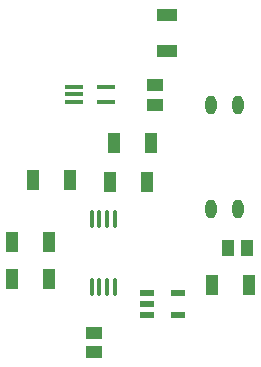
<source format=gbr>
%TF.GenerationSoftware,KiCad,Pcbnew,8.0.5*%
%TF.CreationDate,2024-10-12T23:05:05+02:00*%
%TF.ProjectId,SCS TSAL Red LED,53435320-5453-4414-9c20-526564204c45,rev?*%
%TF.SameCoordinates,Original*%
%TF.FileFunction,Paste,Top*%
%TF.FilePolarity,Positive*%
%FSLAX46Y46*%
G04 Gerber Fmt 4.6, Leading zero omitted, Abs format (unit mm)*
G04 Created by KiCad (PCBNEW 8.0.5) date 2024-10-12 23:05:05*
%MOMM*%
%LPD*%
G01*
G04 APERTURE LIST*
G04 Aperture macros list*
%AMRoundRect*
0 Rectangle with rounded corners*
0 $1 Rounding radius*
0 $2 $3 $4 $5 $6 $7 $8 $9 X,Y pos of 4 corners*
0 Add a 4 corners polygon primitive as box body*
4,1,4,$2,$3,$4,$5,$6,$7,$8,$9,$2,$3,0*
0 Add four circle primitives for the rounded corners*
1,1,$1+$1,$2,$3*
1,1,$1+$1,$4,$5*
1,1,$1+$1,$6,$7*
1,1,$1+$1,$8,$9*
0 Add four rect primitives between the rounded corners*
20,1,$1+$1,$2,$3,$4,$5,0*
20,1,$1+$1,$4,$5,$6,$7,0*
20,1,$1+$1,$6,$7,$8,$9,0*
20,1,$1+$1,$8,$9,$2,$3,0*%
G04 Aperture macros list end*
%ADD10RoundRect,0.100000X0.100000X-0.637500X0.100000X0.637500X-0.100000X0.637500X-0.100000X-0.637500X0*%
%ADD11R,1.050000X1.800000*%
%ADD12O,0.950000X1.600000*%
%ADD13R,1.150000X0.600000*%
%ADD14R,1.470000X1.070000*%
%ADD15R,1.070000X1.470000*%
%ADD16R,1.800000X1.050000*%
%ADD17RoundRect,0.100000X-0.650000X-0.100000X0.650000X-0.100000X0.650000X0.100000X-0.650000X0.100000X0*%
G04 APERTURE END LIST*
D10*
%TO.C,U2*%
X76520000Y-73805100D03*
X77170000Y-73805100D03*
X77820000Y-73805100D03*
X78470000Y-73805100D03*
X78470000Y-68080100D03*
X77820000Y-68080100D03*
X77170000Y-68080100D03*
X76520000Y-68080100D03*
%TD*%
D11*
%TO.C,R1*%
X89815000Y-73660000D03*
X86715000Y-73660000D03*
%TD*%
%TO.C,R3*%
X71602000Y-64770000D03*
X74702000Y-64770000D03*
%TD*%
D12*
%TO.C,K1*%
X86614000Y-67220000D03*
X88900000Y-67220000D03*
X88900000Y-58420000D03*
X86614000Y-58420000D03*
%TD*%
D13*
%TO.C,G1*%
X81220000Y-74300000D03*
X81220000Y-75250000D03*
X81220000Y-76200000D03*
X83820000Y-76200000D03*
X83820000Y-74300000D03*
%TD*%
D14*
%TO.C,C4*%
X81889600Y-56736400D03*
X81889600Y-58376400D03*
%TD*%
D11*
%TO.C,R5*%
X69824000Y-73152000D03*
X72924000Y-73152000D03*
%TD*%
%TO.C,R4*%
X72924000Y-69977000D03*
X69824000Y-69977000D03*
%TD*%
D14*
%TO.C,C3*%
X76708000Y-79306000D03*
X76708000Y-77666000D03*
%TD*%
D11*
%TO.C,R7*%
X81560000Y-61595000D03*
X78460000Y-61595000D03*
%TD*%
D15*
%TO.C,C2*%
X88080000Y-70485000D03*
X89720000Y-70485000D03*
%TD*%
D16*
%TO.C,R2*%
X82905600Y-50748600D03*
X82905600Y-53848600D03*
%TD*%
D11*
%TO.C,R6*%
X78079000Y-64897000D03*
X81179000Y-64897000D03*
%TD*%
D17*
%TO.C,U1*%
X75073200Y-56855600D03*
X75073200Y-57505600D03*
X75073200Y-58155600D03*
X77733200Y-58155600D03*
X77733200Y-56855600D03*
%TD*%
M02*

</source>
